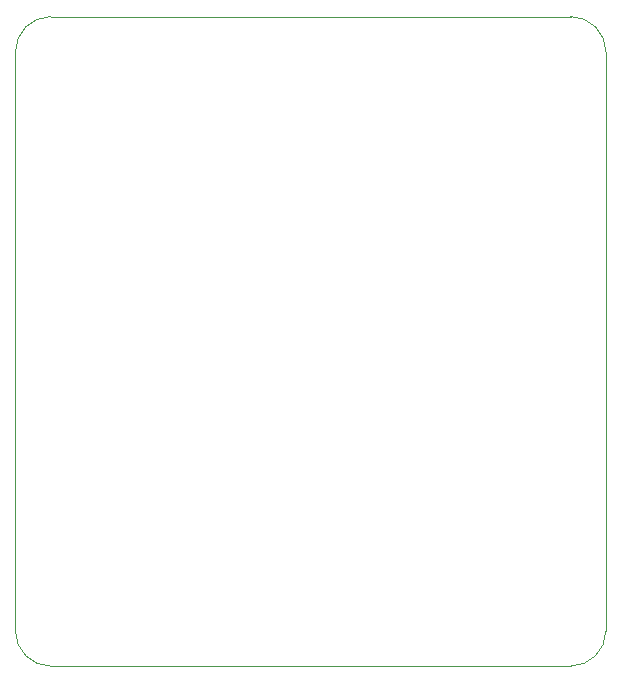
<source format=gbr>
%TF.GenerationSoftware,KiCad,Pcbnew,(5.1.9)-1*%
%TF.CreationDate,2021-08-22T04:22:43+05:30*%
%TF.ProjectId,G18_RECEIVER_laser_communication_system,4731385f-5245-4434-9549-5645525f6c61,rev?*%
%TF.SameCoordinates,Original*%
%TF.FileFunction,Profile,NP*%
%FSLAX46Y46*%
G04 Gerber Fmt 4.6, Leading zero omitted, Abs format (unit mm)*
G04 Created by KiCad (PCBNEW (5.1.9)-1) date 2021-08-22 04:22:43*
%MOMM*%
%LPD*%
G01*
G04 APERTURE LIST*
%TA.AperFunction,Profile*%
%ADD10C,0.100000*%
%TD*%
G04 APERTURE END LIST*
D10*
X116800000Y-112800000D02*
X116800000Y-63800000D01*
X163800000Y-115800000D02*
X119800000Y-115800000D01*
X119800000Y-60800000D02*
G75*
G03*
X116800000Y-63800000I0J-3000000D01*
G01*
X166800000Y-63800000D02*
G75*
G03*
X163800000Y-60800000I-3000000J0D01*
G01*
X119800000Y-60800000D02*
X163800000Y-60800000D01*
X166800000Y-112800000D02*
G75*
G02*
X163800000Y-115800000I-3000000J0D01*
G01*
X166800000Y-63800000D02*
X166800000Y-112800000D01*
X116800000Y-112800000D02*
G75*
G03*
X119800000Y-115800000I3000000J0D01*
G01*
M02*

</source>
